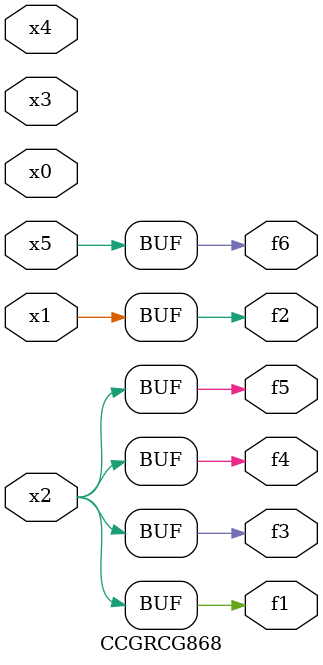
<source format=v>
module CCGRCG868(
	input x0, x1, x2, x3, x4, x5,
	output f1, f2, f3, f4, f5, f6
);
	assign f1 = x2;
	assign f2 = x1;
	assign f3 = x2;
	assign f4 = x2;
	assign f5 = x2;
	assign f6 = x5;
endmodule

</source>
